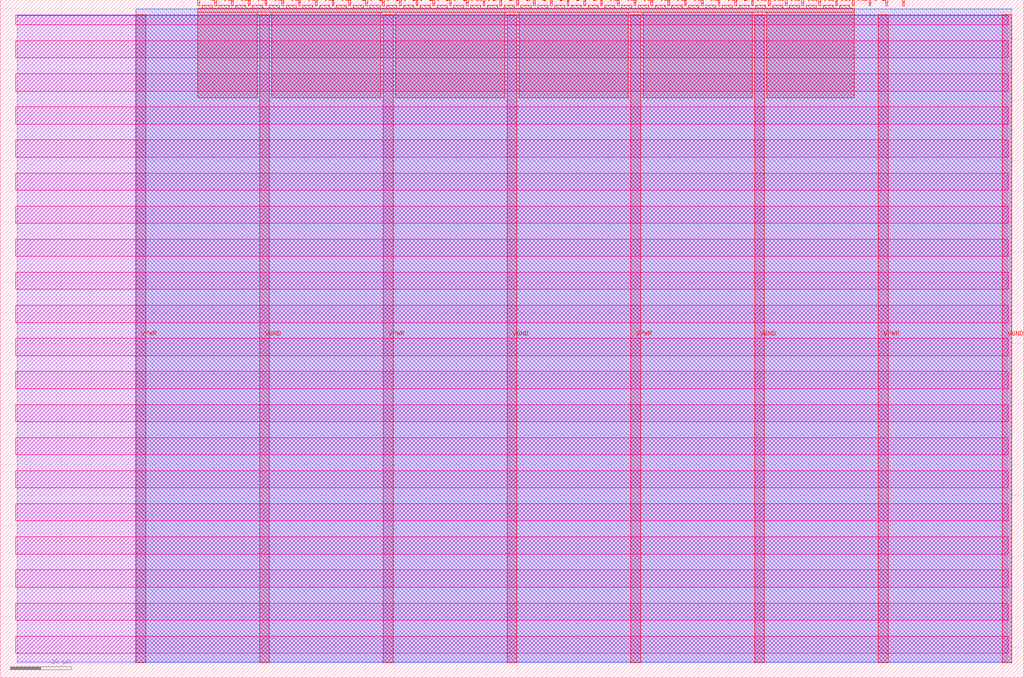
<source format=lef>
VERSION 5.7 ;
  NOWIREEXTENSIONATPIN ON ;
  DIVIDERCHAR "/" ;
  BUSBITCHARS "[]" ;
MACRO tt_um_wokwi_380409081067502593_dup
  CLASS BLOCK ;
  FOREIGN tt_um_wokwi_380409081067502593_dup ;
  ORIGIN 0.000 0.000 ;
  SIZE 168.360 BY 111.520 ;
  PIN VGND
    DIRECTION INOUT ;
    USE GROUND ;
    PORT
      LAYER met4 ;
        RECT 42.670 2.480 44.270 109.040 ;
    END
    PORT
      LAYER met4 ;
        RECT 83.380 2.480 84.980 109.040 ;
    END
    PORT
      LAYER met4 ;
        RECT 124.090 2.480 125.690 109.040 ;
    END
    PORT
      LAYER met4 ;
        RECT 164.800 2.480 166.400 109.040 ;
    END
  END VGND
  PIN VPWR
    DIRECTION INOUT ;
    USE POWER ;
    PORT
      LAYER met4 ;
        RECT 22.315 2.480 23.915 109.040 ;
    END
    PORT
      LAYER met4 ;
        RECT 63.025 2.480 64.625 109.040 ;
    END
    PORT
      LAYER met4 ;
        RECT 103.735 2.480 105.335 109.040 ;
    END
    PORT
      LAYER met4 ;
        RECT 144.445 2.480 146.045 109.040 ;
    END
  END VPWR
  PIN clk
    DIRECTION INPUT ;
    USE SIGNAL ;
    PORT
      LAYER met4 ;
        RECT 145.670 110.520 145.970 111.520 ;
    END
  END clk
  PIN ena
    DIRECTION INPUT ;
    USE SIGNAL ;
    PORT
      LAYER met4 ;
        RECT 148.430 110.520 148.730 111.520 ;
    END
  END ena
  PIN rst_n
    DIRECTION INPUT ;
    USE SIGNAL ;
    PORT
      LAYER met4 ;
        RECT 142.910 110.520 143.210 111.520 ;
    END
  END rst_n
  PIN ui_in[0]
    DIRECTION INPUT ;
    USE SIGNAL ;
    ANTENNAGATEAREA 0.196500 ;
    PORT
      LAYER met4 ;
        RECT 140.150 110.520 140.450 111.520 ;
    END
  END ui_in[0]
  PIN ui_in[1]
    DIRECTION INPUT ;
    USE SIGNAL ;
    ANTENNAGATEAREA 0.196500 ;
    PORT
      LAYER met4 ;
        RECT 137.390 110.520 137.690 111.520 ;
    END
  END ui_in[1]
  PIN ui_in[2]
    DIRECTION INPUT ;
    USE SIGNAL ;
    ANTENNAGATEAREA 0.196500 ;
    PORT
      LAYER met4 ;
        RECT 134.630 110.520 134.930 111.520 ;
    END
  END ui_in[2]
  PIN ui_in[3]
    DIRECTION INPUT ;
    USE SIGNAL ;
    PORT
      LAYER met4 ;
        RECT 131.870 110.520 132.170 111.520 ;
    END
  END ui_in[3]
  PIN ui_in[4]
    DIRECTION INPUT ;
    USE SIGNAL ;
    PORT
      LAYER met4 ;
        RECT 129.110 110.520 129.410 111.520 ;
    END
  END ui_in[4]
  PIN ui_in[5]
    DIRECTION INPUT ;
    USE SIGNAL ;
    PORT
      LAYER met4 ;
        RECT 126.350 110.520 126.650 111.520 ;
    END
  END ui_in[5]
  PIN ui_in[6]
    DIRECTION INPUT ;
    USE SIGNAL ;
    PORT
      LAYER met4 ;
        RECT 123.590 110.520 123.890 111.520 ;
    END
  END ui_in[6]
  PIN ui_in[7]
    DIRECTION INPUT ;
    USE SIGNAL ;
    PORT
      LAYER met4 ;
        RECT 120.830 110.520 121.130 111.520 ;
    END
  END ui_in[7]
  PIN uio_in[0]
    DIRECTION INPUT ;
    USE SIGNAL ;
    PORT
      LAYER met4 ;
        RECT 118.070 110.520 118.370 111.520 ;
    END
  END uio_in[0]
  PIN uio_in[1]
    DIRECTION INPUT ;
    USE SIGNAL ;
    PORT
      LAYER met4 ;
        RECT 115.310 110.520 115.610 111.520 ;
    END
  END uio_in[1]
  PIN uio_in[2]
    DIRECTION INPUT ;
    USE SIGNAL ;
    PORT
      LAYER met4 ;
        RECT 112.550 110.520 112.850 111.520 ;
    END
  END uio_in[2]
  PIN uio_in[3]
    DIRECTION INPUT ;
    USE SIGNAL ;
    PORT
      LAYER met4 ;
        RECT 109.790 110.520 110.090 111.520 ;
    END
  END uio_in[3]
  PIN uio_in[4]
    DIRECTION INPUT ;
    USE SIGNAL ;
    PORT
      LAYER met4 ;
        RECT 107.030 110.520 107.330 111.520 ;
    END
  END uio_in[4]
  PIN uio_in[5]
    DIRECTION INPUT ;
    USE SIGNAL ;
    PORT
      LAYER met4 ;
        RECT 104.270 110.520 104.570 111.520 ;
    END
  END uio_in[5]
  PIN uio_in[6]
    DIRECTION INPUT ;
    USE SIGNAL ;
    PORT
      LAYER met4 ;
        RECT 101.510 110.520 101.810 111.520 ;
    END
  END uio_in[6]
  PIN uio_in[7]
    DIRECTION INPUT ;
    USE SIGNAL ;
    PORT
      LAYER met4 ;
        RECT 98.750 110.520 99.050 111.520 ;
    END
  END uio_in[7]
  PIN uio_oe[0]
    DIRECTION OUTPUT TRISTATE ;
    USE SIGNAL ;
    PORT
      LAYER met4 ;
        RECT 51.830 110.520 52.130 111.520 ;
    END
  END uio_oe[0]
  PIN uio_oe[1]
    DIRECTION OUTPUT TRISTATE ;
    USE SIGNAL ;
    PORT
      LAYER met4 ;
        RECT 49.070 110.520 49.370 111.520 ;
    END
  END uio_oe[1]
  PIN uio_oe[2]
    DIRECTION OUTPUT TRISTATE ;
    USE SIGNAL ;
    PORT
      LAYER met4 ;
        RECT 46.310 110.520 46.610 111.520 ;
    END
  END uio_oe[2]
  PIN uio_oe[3]
    DIRECTION OUTPUT TRISTATE ;
    USE SIGNAL ;
    PORT
      LAYER met4 ;
        RECT 43.550 110.520 43.850 111.520 ;
    END
  END uio_oe[3]
  PIN uio_oe[4]
    DIRECTION OUTPUT TRISTATE ;
    USE SIGNAL ;
    PORT
      LAYER met4 ;
        RECT 40.790 110.520 41.090 111.520 ;
    END
  END uio_oe[4]
  PIN uio_oe[5]
    DIRECTION OUTPUT TRISTATE ;
    USE SIGNAL ;
    PORT
      LAYER met4 ;
        RECT 38.030 110.520 38.330 111.520 ;
    END
  END uio_oe[5]
  PIN uio_oe[6]
    DIRECTION OUTPUT TRISTATE ;
    USE SIGNAL ;
    PORT
      LAYER met4 ;
        RECT 35.270 110.520 35.570 111.520 ;
    END
  END uio_oe[6]
  PIN uio_oe[7]
    DIRECTION OUTPUT TRISTATE ;
    USE SIGNAL ;
    PORT
      LAYER met4 ;
        RECT 32.510 110.520 32.810 111.520 ;
    END
  END uio_oe[7]
  PIN uio_out[0]
    DIRECTION OUTPUT TRISTATE ;
    USE SIGNAL ;
    PORT
      LAYER met4 ;
        RECT 73.910 110.520 74.210 111.520 ;
    END
  END uio_out[0]
  PIN uio_out[1]
    DIRECTION OUTPUT TRISTATE ;
    USE SIGNAL ;
    PORT
      LAYER met4 ;
        RECT 71.150 110.520 71.450 111.520 ;
    END
  END uio_out[1]
  PIN uio_out[2]
    DIRECTION OUTPUT TRISTATE ;
    USE SIGNAL ;
    PORT
      LAYER met4 ;
        RECT 68.390 110.520 68.690 111.520 ;
    END
  END uio_out[2]
  PIN uio_out[3]
    DIRECTION OUTPUT TRISTATE ;
    USE SIGNAL ;
    PORT
      LAYER met4 ;
        RECT 65.630 110.520 65.930 111.520 ;
    END
  END uio_out[3]
  PIN uio_out[4]
    DIRECTION OUTPUT TRISTATE ;
    USE SIGNAL ;
    PORT
      LAYER met4 ;
        RECT 62.870 110.520 63.170 111.520 ;
    END
  END uio_out[4]
  PIN uio_out[5]
    DIRECTION OUTPUT TRISTATE ;
    USE SIGNAL ;
    PORT
      LAYER met4 ;
        RECT 60.110 110.520 60.410 111.520 ;
    END
  END uio_out[5]
  PIN uio_out[6]
    DIRECTION OUTPUT TRISTATE ;
    USE SIGNAL ;
    PORT
      LAYER met4 ;
        RECT 57.350 110.520 57.650 111.520 ;
    END
  END uio_out[6]
  PIN uio_out[7]
    DIRECTION OUTPUT TRISTATE ;
    USE SIGNAL ;
    PORT
      LAYER met4 ;
        RECT 54.590 110.520 54.890 111.520 ;
    END
  END uio_out[7]
  PIN uo_out[0]
    DIRECTION OUTPUT TRISTATE ;
    USE SIGNAL ;
    ANTENNADIFFAREA 0.795200 ;
    PORT
      LAYER met4 ;
        RECT 95.990 110.520 96.290 111.520 ;
    END
  END uo_out[0]
  PIN uo_out[1]
    DIRECTION OUTPUT TRISTATE ;
    USE SIGNAL ;
    ANTENNADIFFAREA 0.795200 ;
    PORT
      LAYER met4 ;
        RECT 93.230 110.520 93.530 111.520 ;
    END
  END uo_out[1]
  PIN uo_out[2]
    DIRECTION OUTPUT TRISTATE ;
    USE SIGNAL ;
    PORT
      LAYER met4 ;
        RECT 90.470 110.520 90.770 111.520 ;
    END
  END uo_out[2]
  PIN uo_out[3]
    DIRECTION OUTPUT TRISTATE ;
    USE SIGNAL ;
    PORT
      LAYER met4 ;
        RECT 87.710 110.520 88.010 111.520 ;
    END
  END uo_out[3]
  PIN uo_out[4]
    DIRECTION OUTPUT TRISTATE ;
    USE SIGNAL ;
    PORT
      LAYER met4 ;
        RECT 84.950 110.520 85.250 111.520 ;
    END
  END uo_out[4]
  PIN uo_out[5]
    DIRECTION OUTPUT TRISTATE ;
    USE SIGNAL ;
    PORT
      LAYER met4 ;
        RECT 82.190 110.520 82.490 111.520 ;
    END
  END uo_out[5]
  PIN uo_out[6]
    DIRECTION OUTPUT TRISTATE ;
    USE SIGNAL ;
    PORT
      LAYER met4 ;
        RECT 79.430 110.520 79.730 111.520 ;
    END
  END uo_out[6]
  PIN uo_out[7]
    DIRECTION OUTPUT TRISTATE ;
    USE SIGNAL ;
    PORT
      LAYER met4 ;
        RECT 76.670 110.520 76.970 111.520 ;
    END
  END uo_out[7]
  OBS
      LAYER nwell ;
        RECT 2.570 107.385 165.790 108.990 ;
        RECT 2.570 101.945 165.790 104.775 ;
        RECT 2.570 96.505 165.790 99.335 ;
        RECT 2.570 91.065 165.790 93.895 ;
        RECT 2.570 85.625 165.790 88.455 ;
        RECT 2.570 80.185 165.790 83.015 ;
        RECT 2.570 74.745 165.790 77.575 ;
        RECT 2.570 69.305 165.790 72.135 ;
        RECT 2.570 63.865 165.790 66.695 ;
        RECT 2.570 58.425 165.790 61.255 ;
        RECT 2.570 52.985 165.790 55.815 ;
        RECT 2.570 47.545 165.790 50.375 ;
        RECT 2.570 42.105 165.790 44.935 ;
        RECT 2.570 36.665 165.790 39.495 ;
        RECT 2.570 31.225 165.790 34.055 ;
        RECT 2.570 25.785 165.790 28.615 ;
        RECT 2.570 20.345 165.790 23.175 ;
        RECT 2.570 14.905 165.790 17.735 ;
        RECT 2.570 9.465 165.790 12.295 ;
        RECT 2.570 4.025 165.790 6.855 ;
      LAYER li1 ;
        RECT 2.760 2.635 165.600 108.885 ;
      LAYER met1 ;
        RECT 2.760 2.480 166.400 109.040 ;
      LAYER met2 ;
        RECT 22.345 2.535 166.370 110.005 ;
      LAYER met3 ;
        RECT 22.325 2.555 166.390 109.985 ;
      LAYER met4 ;
        RECT 33.210 110.120 34.870 110.650 ;
        RECT 35.970 110.120 37.630 110.650 ;
        RECT 38.730 110.120 40.390 110.650 ;
        RECT 41.490 110.120 43.150 110.650 ;
        RECT 44.250 110.120 45.910 110.650 ;
        RECT 47.010 110.120 48.670 110.650 ;
        RECT 49.770 110.120 51.430 110.650 ;
        RECT 52.530 110.120 54.190 110.650 ;
        RECT 55.290 110.120 56.950 110.650 ;
        RECT 58.050 110.120 59.710 110.650 ;
        RECT 60.810 110.120 62.470 110.650 ;
        RECT 63.570 110.120 65.230 110.650 ;
        RECT 66.330 110.120 67.990 110.650 ;
        RECT 69.090 110.120 70.750 110.650 ;
        RECT 71.850 110.120 73.510 110.650 ;
        RECT 74.610 110.120 76.270 110.650 ;
        RECT 77.370 110.120 79.030 110.650 ;
        RECT 80.130 110.120 81.790 110.650 ;
        RECT 82.890 110.120 84.550 110.650 ;
        RECT 85.650 110.120 87.310 110.650 ;
        RECT 88.410 110.120 90.070 110.650 ;
        RECT 91.170 110.120 92.830 110.650 ;
        RECT 93.930 110.120 95.590 110.650 ;
        RECT 96.690 110.120 98.350 110.650 ;
        RECT 99.450 110.120 101.110 110.650 ;
        RECT 102.210 110.120 103.870 110.650 ;
        RECT 104.970 110.120 106.630 110.650 ;
        RECT 107.730 110.120 109.390 110.650 ;
        RECT 110.490 110.120 112.150 110.650 ;
        RECT 113.250 110.120 114.910 110.650 ;
        RECT 116.010 110.120 117.670 110.650 ;
        RECT 118.770 110.120 120.430 110.650 ;
        RECT 121.530 110.120 123.190 110.650 ;
        RECT 124.290 110.120 125.950 110.650 ;
        RECT 127.050 110.120 128.710 110.650 ;
        RECT 129.810 110.120 131.470 110.650 ;
        RECT 132.570 110.120 134.230 110.650 ;
        RECT 135.330 110.120 136.990 110.650 ;
        RECT 138.090 110.120 139.750 110.650 ;
        RECT 32.495 109.440 140.465 110.120 ;
        RECT 32.495 95.375 42.270 109.440 ;
        RECT 44.670 95.375 62.625 109.440 ;
        RECT 65.025 95.375 82.980 109.440 ;
        RECT 85.380 95.375 103.335 109.440 ;
        RECT 105.735 95.375 123.690 109.440 ;
        RECT 126.090 95.375 140.465 109.440 ;
  END
END tt_um_wokwi_380409081067502593_dup
END LIBRARY


</source>
